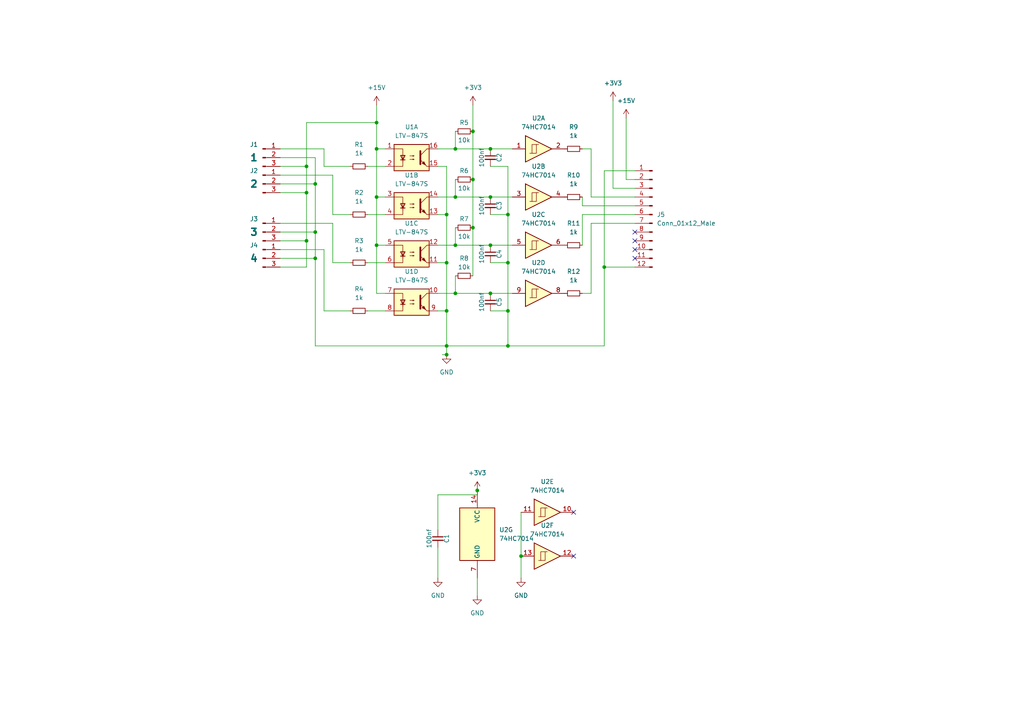
<source format=kicad_sch>
(kicad_sch (version 20211123) (generator eeschema)
  (paper "A4")
  (lib_symbols
    (symbol "74HC7014_1"
      (property "Reference" "U2" (at 6.35 1.2701 0))
      (property "Value" "74HC7014_1" (at 6.35 -1.2699 0))
      (symbol "74HC7014_1_1_1"
        (polyline (pts (xy -1.905 -1.27) (xy -1.905 1.27) (xy -0.635 1.27)))
        (polyline (pts (xy -3.81 3.81) (xy -3.81 -3.81) (xy 3.81 0) (xy -3.81 3.81)) (stroke (width 0.254)) (fill (type background)))
        (polyline (pts (xy -2.54 -1.27) (xy -0.635 -1.27) (xy -0.635 1.27) (xy 0 1.27)))
        (pin input line (at -7.62 0 0) (length 3.81) (name "~") (number "1"))
        (pin output line (at 7.62 0 180) (length 3.81) (name "~") (number "2"))
      )
      (symbol "74HC7014_1_2_1"
        (polyline (pts (xy -1.905 -1.27) (xy -1.905 1.27) (xy -0.635 1.27)))
        (polyline (pts (xy -3.81 3.81) (xy -3.81 -3.81) (xy 3.81 0) (xy -3.81 3.81)) (stroke (width 0.254)) (fill (type background)))
        (polyline (pts (xy -2.54 -1.27) (xy -0.635 -1.27) (xy -0.635 1.27) (xy 0 1.27)))
        (pin input line (at -7.62 0 0) (length 3.81) (name "~") (number "3"))
        (pin output line (at 7.62 0 180) (length 3.81) (name "~") (number "4"))
      )
      (symbol "74HC7014_1_3_1"
        (polyline (pts (xy -1.905 -1.27) (xy -1.905 1.27) (xy -0.635 1.27)))
        (polyline (pts (xy -3.81 3.81) (xy -3.81 -3.81) (xy 3.81 0) (xy -3.81 3.81)) (stroke (width 0.254)) (fill (type background)))
        (polyline (pts (xy -2.54 -1.27) (xy -0.635 -1.27) (xy -0.635 1.27) (xy 0 1.27)))
        (pin input line (at -7.62 0 0) (length 3.81) (name "~") (number "5"))
        (pin output line (at 7.62 0 180) (length 3.81) (name "~") (number "6"))
      )
      (symbol "74HC7014_1_4_1"
        (polyline (pts (xy -1.905 -1.27) (xy -1.905 1.27) (xy -0.635 1.27)))
        (polyline (pts (xy -3.81 3.81) (xy -3.81 -3.81) (xy 3.81 0) (xy -3.81 3.81)) (stroke (width 0.254)) (fill (type background)))
        (polyline (pts (xy -2.54 -1.27) (xy -0.635 -1.27) (xy -0.635 1.27) (xy 0 1.27)))
        (pin output line (at 7.62 0 180) (length 3.81) (name "~") (number "8"))
        (pin input line (at -7.62 0 0) (length 3.81) (name "~") (number "9"))
      )
      (symbol "74HC7014_1_5_1"
        (polyline (pts (xy -1.905 -1.27) (xy -1.905 1.27) (xy -0.635 1.27)))
        (polyline (pts (xy -3.81 3.81) (xy -3.81 -3.81) (xy 3.81 0) (xy -3.81 3.81)) (stroke (width 0.254)) (fill (type background)))
        (polyline (pts (xy -2.54 -1.27) (xy -0.635 -1.27) (xy -0.635 1.27) (xy 0 1.27)))
        (pin output line (at 7.62 0 180) (length 3.81) (name "~") (number "10"))
        (pin input line (at -7.62 0 0) (length 3.81) (name "~") (number "11"))
      )
      (symbol "74HC7014_1_6_1"
        (polyline (pts (xy -1.905 -1.27) (xy -1.905 1.27) (xy -0.635 1.27)))
        (polyline (pts (xy -3.81 3.81) (xy -3.81 -3.81) (xy 3.81 0) (xy -3.81 3.81)) (stroke (width 0.254)) (fill (type background)))
        (polyline (pts (xy -2.54 -1.27) (xy -0.635 -1.27) (xy -0.635 1.27) (xy 0 1.27)))
        (pin output line (at 7.62 0 180) (length 3.81) (name "~") (number "12"))
        (pin input line (at -7.62 0 0) (length 3.81) (name "~") (number "13"))
      )
      (symbol "74HC7014_1_7_1"
        (rectangle (start -5.08 7.62) (end 5.08 -7.62) (stroke (width 0.254)) (fill (type background)))
        (pin power_in line (at 0 12.7 270) (length 5.08) (name "VCC") (number "14"))
        (pin power_out line (at 0 -12.7 90) (length 5.08) (name "GND") (number "7"))
      )
    )
    (symbol "74xx:74HC7014"
      (property "Reference" "U" (at 0 1.27 0))
      (property "Value" "74HC7014" (at 0 -1.27 0))
      (symbol "74HC7014_1_1"
        (polyline (pts (xy -1.905 -1.27) (xy -1.905 1.27) (xy -0.635 1.27)))
        (polyline (pts (xy -3.81 3.81) (xy -3.81 -3.81) (xy 3.81 0) (xy -3.81 3.81)) (stroke (width 0.254)) (fill (type background)))
        (polyline (pts (xy -2.54 -1.27) (xy -0.635 -1.27) (xy -0.635 1.27) (xy 0 1.27)))
        (pin input line (at -7.62 0 0) (length 3.81) (name "~") (number "1"))
        (pin output line (at 7.62 0 180) (length 3.81) (name "~") (number "2"))
      )
      (symbol "74HC7014_2_1"
        (polyline (pts (xy -1.905 -1.27) (xy -1.905 1.27) (xy -0.635 1.27)))
        (polyline (pts (xy -3.81 3.81) (xy -3.81 -3.81) (xy 3.81 0) (xy -3.81 3.81)) (stroke (width 0.254)) (fill (type background)))
        (polyline (pts (xy -2.54 -1.27) (xy -0.635 -1.27) (xy -0.635 1.27) (xy 0 1.27)))
        (pin input line (at -7.62 0 0) (length 3.81) (name "~") (number "3"))
        (pin output line (at 7.62 0 180) (length 3.81) (name "~") (number "4"))
      )
      (symbol "74HC7014_3_1"
        (polyline (pts (xy -1.905 -1.27) (xy -1.905 1.27) (xy -0.635 1.27)))
        (polyline (pts (xy -3.81 3.81) (xy -3.81 -3.81) (xy 3.81 0) (xy -3.81 3.81)) (stroke (width 0.254)) (fill (type background)))
        (polyline (pts (xy -2.54 -1.27) (xy -0.635 -1.27) (xy -0.635 1.27) (xy 0 1.27)))
        (pin input line (at -7.62 0 0) (length 3.81) (name "~") (number "5"))
        (pin output line (at 7.62 0 180) (length 3.81) (name "~") (number "6"))
      )
      (symbol "74HC7014_4_1"
        (polyline (pts (xy -1.905 -1.27) (xy -1.905 1.27) (xy -0.635 1.27)))
        (polyline (pts (xy -3.81 3.81) (xy -3.81 -3.81) (xy 3.81 0) (xy -3.81 3.81)) (stroke (width 0.254)) (fill (type background)))
        (polyline (pts (xy -2.54 -1.27) (xy -0.635 -1.27) (xy -0.635 1.27) (xy 0 1.27)))
        (pin output line (at 7.62 0 180) (length 3.81) (name "~") (number "8"))
        (pin input line (at -7.62 0 0) (length 3.81) (name "~") (number "9"))
      )
      (symbol "74HC7014_5_1"
        (polyline (pts (xy -1.905 -1.27) (xy -1.905 1.27) (xy -0.635 1.27)))
        (polyline (pts (xy -3.81 3.81) (xy -3.81 -3.81) (xy 3.81 0) (xy -3.81 3.81)) (stroke (width 0.254)) (fill (type background)))
        (polyline (pts (xy -2.54 -1.27) (xy -0.635 -1.27) (xy -0.635 1.27) (xy 0 1.27)))
        (pin output line (at 7.62 0 180) (length 3.81) (name "~") (number "10"))
        (pin input line (at -7.62 0 0) (length 3.81) (name "~") (number "11"))
      )
      (symbol "74HC7014_6_1"
        (polyline (pts (xy -1.905 -1.27) (xy -1.905 1.27) (xy -0.635 1.27)))
        (polyline (pts (xy -3.81 3.81) (xy -3.81 -3.81) (xy 3.81 0) (xy -3.81 3.81)) (stroke (width 0.254)) (fill (type background)))
        (polyline (pts (xy -2.54 -1.27) (xy -0.635 -1.27) (xy -0.635 1.27) (xy 0 1.27)))
        (pin output line (at 7.62 0 180) (length 3.81) (name "~") (number "12"))
        (pin input line (at -7.62 0 0) (length 3.81) (name "~") (number "13"))
      )
      (symbol "74HC7014_7_1"
        (rectangle (start -5.08 7.62) (end 5.08 -7.62) (stroke (width 0.254)) (fill (type background)))
        (pin power_in line (at 0 12.7 270) (length 5.08) (name "VCC") (number "14"))
        (pin power_in line (at 0 -12.7 90) (length 5.08) (name "GND") (number "7"))
      )
    )
    (symbol "Connector:Conn_01x03_Male" (pin_names (offset 1.016) hide)
      (property "Reference" "J" (at 0 5.08 0))
      (property "Value" "Conn_01x03_Male" (at 0 -5.08 0))
      (symbol "Conn_01x03_Male_1_1"
        (polyline (pts (xy 1.27 -2.54) (xy 0.8636 -2.54)) (stroke (width 0.1524)))
        (polyline (pts (xy 1.27 0) (xy 0.8636 0)) (stroke (width 0.1524)))
        (polyline (pts (xy 1.27 2.54) (xy 0.8636 2.54)) (stroke (width 0.1524)))
        (rectangle (start 0.8636 -2.413) (end 0 -2.667) (stroke (width 0.1524)) (fill (type outline)))
        (rectangle (start 0.8636 0.127) (end 0 -0.127) (stroke (width 0.1524)) (fill (type outline)))
        (rectangle (start 0.8636 2.667) (end 0 2.413) (stroke (width 0.1524)) (fill (type outline)))
        (pin passive line (at 5.08 2.54 180) (length 3.81) (name "Pin_1") (number "1"))
        (pin passive line (at 5.08 0 180) (length 3.81) (name "Pin_2") (number "2"))
        (pin passive line (at 5.08 -2.54 180) (length 3.81) (name "Pin_3") (number "3"))
      )
    )
    (symbol "Connector:Conn_01x12_Male" (pin_names (offset 1.016) hide)
      (property "Reference" "J" (at 0 15.24 0))
      (property "Value" "Conn_01x12_Male" (at 0 -17.78 0))
      (symbol "Conn_01x12_Male_1_1"
        (polyline (pts (xy 1.27 -15.24) (xy 0.8636 -15.24)) (stroke (width 0.1524)))
        (polyline (pts (xy 1.27 -12.7) (xy 0.8636 -12.7)) (stroke (width 0.1524)))
        (polyline (pts (xy 1.27 -10.16) (xy 0.8636 -10.16)) (stroke (width 0.1524)))
        (polyline (pts (xy 1.27 -7.62) (xy 0.8636 -7.62)) (stroke (width 0.1524)))
        (polyline (pts (xy 1.27 -5.08) (xy 0.8636 -5.08)) (stroke (width 0.1524)))
        (polyline (pts (xy 1.27 -2.54) (xy 0.8636 -2.54)) (stroke (width 0.1524)))
        (polyline (pts (xy 1.27 0) (xy 0.8636 0)) (stroke (width 0.1524)))
        (polyline (pts (xy 1.27 2.54) (xy 0.8636 2.54)) (stroke (width 0.1524)))
        (polyline (pts (xy 1.27 5.08) (xy 0.8636 5.08)) (stroke (width 0.1524)))
        (polyline (pts (xy 1.27 7.62) (xy 0.8636 7.62)) (stroke (width 0.1524)))
        (polyline (pts (xy 1.27 10.16) (xy 0.8636 10.16)) (stroke (width 0.1524)))
        (polyline (pts (xy 1.27 12.7) (xy 0.8636 12.7)) (stroke (width 0.1524)))
        (rectangle (start 0.8636 -15.113) (end 0 -15.367) (stroke (width 0.1524)) (fill (type outline)))
        (rectangle (start 0.8636 -12.573) (end 0 -12.827) (stroke (width 0.1524)) (fill (type outline)))
        (rectangle (start 0.8636 -10.033) (end 0 -10.287) (stroke (width 0.1524)) (fill (type outline)))
        (rectangle (start 0.8636 -7.493) (end 0 -7.747) (stroke (width 0.1524)) (fill (type outline)))
        (rectangle (start 0.8636 -4.953) (end 0 -5.207) (stroke (width 0.1524)) (fill (type outline)))
        (rectangle (start 0.8636 -2.413) (end 0 -2.667) (stroke (width 0.1524)) (fill (type outline)))
        (rectangle (start 0.8636 0.127) (end 0 -0.127) (stroke (width 0.1524)) (fill (type outline)))
        (rectangle (start 0.8636 2.667) (end 0 2.413) (stroke (width 0.1524)) (fill (type outline)))
        (rectangle (start 0.8636 5.207) (end 0 4.953) (stroke (width 0.1524)) (fill (type outline)))
        (rectangle (start 0.8636 7.747) (end 0 7.493) (stroke (width 0.1524)) (fill (type outline)))
        (rectangle (start 0.8636 10.287) (end 0 10.033) (stroke (width 0.1524)) (fill (type outline)))
        (rectangle (start 0.8636 12.827) (end 0 12.573) (stroke (width 0.1524)) (fill (type outline)))
        (pin passive line (at 5.08 12.7 180) (length 3.81) (name "Pin_1") (number "1"))
        (pin passive line (at 5.08 -10.16 180) (length 3.81) (name "Pin_10") (number "10"))
        (pin passive line (at 5.08 -12.7 180) (length 3.81) (name "Pin_11") (number "11"))
        (pin passive line (at 5.08 -15.24 180) (length 3.81) (name "Pin_12") (number "12"))
        (pin passive line (at 5.08 10.16 180) (length 3.81) (name "Pin_2") (number "2"))
        (pin passive line (at 5.08 7.62 180) (length 3.81) (name "Pin_3") (number "3"))
        (pin passive line (at 5.08 5.08 180) (length 3.81) (name "Pin_4") (number "4"))
        (pin passive line (at 5.08 2.54 180) (length 3.81) (name "Pin_5") (number "5"))
        (pin passive line (at 5.08 0 180) (length 3.81) (name "Pin_6") (number "6"))
        (pin passive line (at 5.08 -2.54 180) (length 3.81) (name "Pin_7") (number "7"))
        (pin passive line (at 5.08 -5.08 180) (length 3.81) (name "Pin_8") (number "8"))
        (pin passive line (at 5.08 -7.62 180) (length 3.81) (name "Pin_9") (number "9"))
      )
    )
    (symbol "Device:C_Small" (pin_numbers hide) (pin_names (offset 0.254) hide)
      (property "Reference" "C" (at 0.254 1.778 0))
      (property "Value" "C_Small" (at 0.254 -2.032 0))
      (symbol "C_Small_0_1"
        (polyline (pts (xy -1.524 -0.508) (xy 1.524 -0.508)) (stroke (width 0.3302)))
        (polyline (pts (xy -1.524 0.508) (xy 1.524 0.508)) (stroke (width 0.3048)))
      )
      (symbol "C_Small_1_1"
        (pin passive line (at 0 2.54 270) (length 2.032) (name "~") (number "1"))
        (pin passive line (at 0 -2.54 90) (length 2.032) (name "~") (number "2"))
      )
    )
    (symbol "Device:R_Small" (pin_numbers hide) (pin_names (offset 0.254) hide)
      (property "Reference" "R" (at 0.762 0.508 0))
      (property "Value" "R_Small" (at 0.762 -1.016 0))
      (symbol "R_Small_0_1"
        (rectangle (start -0.762 1.778) (end 0.762 -1.778) (stroke (width 0.2032)))
      )
      (symbol "R_Small_1_1"
        (pin passive line (at 0 2.54 270) (length 0.762) (name "~") (number "1"))
        (pin passive line (at 0 -2.54 90) (length 0.762) (name "~") (number "2"))
      )
    )
    (symbol "Isolator:LTV-847S" (pin_names (offset 1.016))
      (property "Reference" "U" (at -3.81 5.08 0))
      (property "Value" "LTV-847S" (at 0 -5.08 0))
      (symbol "LTV-847S_0_1"
        (rectangle (start -5.08 3.81) (end 5.08 -3.81) (stroke (width 0.254)) (fill (type background)))
        (polyline (pts (xy -3.175 -0.635) (xy -1.905 -0.635)) (stroke (width 0.254)))
        (polyline (pts (xy 2.54 0.635) (xy 4.445 2.54)))
        (polyline (pts (xy 4.445 -2.54) (xy 2.54 -0.635)) (fill (type outline)))
        (polyline (pts (xy 4.445 -2.54) (xy 5.08 -2.54)))
        (polyline (pts (xy 4.445 2.54) (xy 5.08 2.54)))
        (polyline (pts (xy -2.54 -0.635) (xy -2.54 -2.54) (xy -5.08 -2.54)))
        (polyline (pts (xy 2.54 1.905) (xy 2.54 -1.905) (xy 2.54 -1.905)) (stroke (width 0.508)))
        (polyline (pts (xy -5.08 2.54) (xy -2.54 2.54) (xy -2.54 -1.27) (xy -2.54 0.635)))
        (polyline (pts (xy -2.54 -0.635) (xy -3.175 0.635) (xy -1.905 0.635) (xy -2.54 -0.635)) (stroke (width 0.254)))
        (polyline (pts (xy -0.508 -0.508) (xy 0.762 -0.508) (xy 0.381 -0.635) (xy 0.381 -0.381) (xy 0.762 -0.508)))
        (polyline (pts (xy -0.508 0.508) (xy 0.762 0.508) (xy 0.381 0.381) (xy 0.381 0.635) (xy 0.762 0.508)))
        (polyline (pts (xy 3.048 -1.651) (xy 3.556 -1.143) (xy 4.064 -2.159) (xy 3.048 -1.651) (xy 3.048 -1.651)) (fill (type outline)))
      )
      (symbol "LTV-847S_1_1"
        (pin passive line (at -7.62 2.54 0) (length 2.54) (name "~") (number "1"))
        (pin passive line (at 7.62 -2.54 180) (length 2.54) (name "~") (number "15"))
        (pin passive line (at 7.62 2.54 180) (length 2.54) (name "~") (number "16"))
        (pin passive line (at -7.62 -2.54 0) (length 2.54) (name "~") (number "2"))
      )
      (symbol "LTV-847S_2_1"
        (pin passive line (at 7.62 -2.54 180) (length 2.54) (name "~") (number "13"))
        (pin passive line (at 7.62 2.54 180) (length 2.54) (name "~") (number "14"))
        (pin passive line (at -7.62 2.54 0) (length 2.54) (name "~") (number "3"))
        (pin passive line (at -7.62 -2.54 0) (length 2.54) (name "~") (number "4"))
      )
      (symbol "LTV-847S_3_1"
        (pin passive line (at 7.62 -2.54 180) (length 2.54) (name "~") (number "11"))
        (pin passive line (at 7.62 2.54 180) (length 2.54) (name "~") (number "12"))
        (pin passive line (at -7.62 2.54 0) (length 2.54) (name "~") (number "5"))
        (pin passive line (at -7.62 -2.54 0) (length 2.54) (name "~") (number "6"))
      )
      (symbol "LTV-847S_4_1"
        (pin passive line (at 7.62 2.54 180) (length 2.54) (name "~") (number "10"))
        (pin passive line (at -7.62 2.54 0) (length 2.54) (name "~") (number "7"))
        (pin passive line (at -7.62 -2.54 0) (length 2.54) (name "~") (number "8"))
        (pin passive line (at 7.62 -2.54 180) (length 2.54) (name "~") (number "9"))
      )
    )
    (symbol "power:+15V" (power) (pin_names (offset 0))
      (property "Value" "+15V" (at 0 3.556 0))
      (symbol "+15V_0_1"
        (polyline (pts (xy -0.762 1.27) (xy 0 2.54)))
        (polyline (pts (xy 0 0) (xy 0 2.54)))
        (polyline (pts (xy 0 2.54) (xy 0.762 1.27)))
      )
      (symbol "+15V_1_1"
        (pin power_in line (at 0 0 90) (length 0) hide (name "+15V") (number "1"))
      )
    )
    (symbol "power:+3V3" (power) (pin_names (offset 0))
      (property "Value" "+3V3" (at 0 3.556 0))
      (symbol "+3V3_0_1"
        (polyline (pts (xy -0.762 1.27) (xy 0 2.54)))
        (polyline (pts (xy 0 0) (xy 0 2.54)))
        (polyline (pts (xy 0 2.54) (xy 0.762 1.27)))
      )
      (symbol "+3V3_1_1"
        (pin power_in line (at 0 0 90) (length 0) hide (name "+3V3") (number "1"))
      )
    )
    (symbol "power:GND" (power) (pin_names (offset 0))
      (property "Value" "GND" (at 0 -3.81 0))
      (symbol "GND_0_1"
        (polyline (pts (xy 0 0) (xy 0 -1.27) (xy 1.27 -1.27) (xy 0 -2.54) (xy -1.27 -1.27) (xy 0 -1.27)))
      )
      (symbol "GND_1_1"
        (pin power_in line (at 0 0 270) (length 0) hide (name "GND") (number "1"))
      )
    )
  )
  (junction (at 91.44 74.93))
  (junction (at 129.54 100.33))
  (junction (at 109.22 71.12))
  (junction (at 129.54 62.23))
  (junction (at 147.32 90.17))
  (junction (at 142.24 71.12))
  (junction (at 132.08 57.15))
  (junction (at 91.44 67.31))
  (junction (at 147.32 76.2))
  (junction (at 109.22 43.18))
  (junction (at 132.08 71.12))
  (junction (at 175.26 77.47))
  (junction (at 147.32 62.23))
  (junction (at 91.44 53.34))
  (junction (at 109.22 35.56))
  (junction (at 132.08 43.18))
  (junction (at 142.24 85.09))
  (junction (at 88.9 48.26))
  (junction (at 138.43 142.24))
  (junction (at 142.24 57.15))
  (junction (at 137.16 38.1))
  (junction (at 137.16 52.07))
  (junction (at 109.22 57.15))
  (junction (at 137.16 66.04))
  (junction (at 88.9 55.88))
  (junction (at 129.54 76.2))
  (junction (at 129.54 102.87))
  (junction (at 132.08 85.09))
  (junction (at 88.9 69.85))
  (junction (at 151.13 161.29))
  (junction (at 129.54 90.17))
  (junction (at 142.24 43.18))
  (junction (at 147.32 100.33))
  (no_connect (at 184.15 69.85))
  (no_connect (at 166.37 161.29))
  (no_connect (at 184.15 72.39))
  (no_connect (at 184.15 74.93))
  (no_connect (at 166.37 148.59))
  (no_connect (at 184.15 67.31))
  (wire (pts (xy 81.28 53.34) (xy 91.44 53.34)))
  (wire (pts (xy 109.22 35.56) (xy 109.22 43.18)))
  (wire (pts (xy 137.16 52.07) (xy 137.16 66.04)))
  (wire (pts (xy 142.24 48.26) (xy 147.32 48.26)))
  (wire (pts (xy 171.45 57.15) (xy 184.15 57.15)))
  (wire (pts (xy 147.32 90.17) (xy 147.32 100.33)))
  (wire (pts (xy 168.91 62.23) (xy 184.15 62.23)))
  (wire (pts (xy 168.91 43.18) (xy 171.45 43.18)))
  (wire (pts (xy 132.08 43.18) (xy 142.24 43.18)))
  (wire (pts (xy 171.45 64.77) (xy 184.15 64.77)))
  (wire (pts (xy 127 153.67) (xy 127 143.51)))
  (wire (pts (xy 181.61 34.29) (xy 181.61 52.07)))
  (wire (pts (xy 88.9 77.47) (xy 88.9 69.85)))
  (wire (pts (xy 81.28 72.39) (xy 93.98 72.39)))
  (wire (pts (xy 127 62.23) (xy 129.54 62.23)))
  (wire (pts (xy 138.43 167.64) (xy 138.43 172.72)))
  (wire (pts (xy 106.68 48.26) (xy 111.76 48.26)))
  (wire (pts (xy 127 85.09) (xy 132.08 85.09)))
  (wire (pts (xy 132.08 71.12) (xy 142.24 71.12)))
  (wire (pts (xy 81.28 77.47) (xy 88.9 77.47)))
  (wire (pts (xy 128.27 102.87) (xy 129.54 102.87)))
  (wire (pts (xy 132.08 38.1) (xy 132.08 43.18)))
  (wire (pts (xy 127 48.26) (xy 129.54 48.26)))
  (wire (pts (xy 109.22 71.12) (xy 111.76 71.12)))
  (wire (pts (xy 91.44 53.34) (xy 91.44 67.31)))
  (wire (pts (xy 96.52 50.8) (xy 96.52 62.23)))
  (wire (pts (xy 175.26 77.47) (xy 175.26 100.33)))
  (wire (pts (xy 93.98 72.39) (xy 93.98 90.17)))
  (wire (pts (xy 127 158.75) (xy 127 167.64)))
  (wire (pts (xy 109.22 85.09) (xy 111.76 85.09)))
  (wire (pts (xy 137.16 66.04) (xy 137.16 80.01)))
  (wire (pts (xy 168.91 71.12) (xy 168.91 62.23)))
  (wire (pts (xy 91.44 67.31) (xy 91.44 74.93)))
  (wire (pts (xy 96.52 64.77) (xy 96.52 76.2)))
  (wire (pts (xy 109.22 30.48) (xy 109.22 35.56)))
  (wire (pts (xy 142.24 90.17) (xy 147.32 90.17)))
  (wire (pts (xy 109.22 57.15) (xy 111.76 57.15)))
  (wire (pts (xy 138.43 143.51) (xy 138.43 142.24)))
  (wire (pts (xy 109.22 43.18) (xy 109.22 57.15)))
  (wire (pts (xy 184.15 49.53) (xy 175.26 49.53)))
  (wire (pts (xy 81.28 48.26) (xy 88.9 48.26)))
  (wire (pts (xy 93.98 43.18) (xy 93.98 48.26)))
  (wire (pts (xy 168.91 59.69) (xy 184.15 59.69)))
  (wire (pts (xy 93.98 48.26) (xy 101.6 48.26)))
  (wire (pts (xy 127 90.17) (xy 129.54 90.17)))
  (wire (pts (xy 93.98 90.17) (xy 101.6 90.17)))
  (wire (pts (xy 142.24 43.18) (xy 148.59 43.18)))
  (wire (pts (xy 142.24 85.09) (xy 148.59 85.09)))
  (wire (pts (xy 132.08 57.15) (xy 132.08 52.07)))
  (wire (pts (xy 132.08 71.12) (xy 132.08 66.04)))
  (wire (pts (xy 129.54 100.33) (xy 147.32 100.33)))
  (wire (pts (xy 81.28 67.31) (xy 91.44 67.31)))
  (wire (pts (xy 147.32 48.26) (xy 147.32 62.23)))
  (wire (pts (xy 127 76.2) (xy 129.54 76.2)))
  (wire (pts (xy 168.91 57.15) (xy 168.91 59.69)))
  (wire (pts (xy 171.45 85.09) (xy 171.45 64.77)))
  (wire (pts (xy 88.9 48.26) (xy 88.9 35.56)))
  (wire (pts (xy 129.54 76.2) (xy 129.54 90.17)))
  (wire (pts (xy 96.52 76.2) (xy 101.6 76.2)))
  (wire (pts (xy 171.45 43.18) (xy 171.45 57.15)))
  (wire (pts (xy 147.32 76.2) (xy 147.32 90.17)))
  (wire (pts (xy 129.54 48.26) (xy 129.54 62.23)))
  (wire (pts (xy 127 143.51) (xy 138.43 143.51)))
  (wire (pts (xy 137.16 38.1) (xy 137.16 52.07)))
  (wire (pts (xy 127 71.12) (xy 132.08 71.12)))
  (wire (pts (xy 109.22 43.18) (xy 111.76 43.18)))
  (wire (pts (xy 88.9 55.88) (xy 88.9 48.26)))
  (wire (pts (xy 109.22 57.15) (xy 109.22 71.12)))
  (wire (pts (xy 81.28 43.18) (xy 93.98 43.18)))
  (wire (pts (xy 96.52 62.23) (xy 101.6 62.23)))
  (wire (pts (xy 127 43.18) (xy 132.08 43.18)))
  (wire (pts (xy 177.8 54.61) (xy 184.15 54.61)))
  (wire (pts (xy 129.54 62.23) (xy 129.54 76.2)))
  (wire (pts (xy 137.16 30.48) (xy 137.16 38.1)))
  (wire (pts (xy 106.68 76.2) (xy 111.76 76.2)))
  (wire (pts (xy 81.28 50.8) (xy 96.52 50.8)))
  (wire (pts (xy 129.54 100.33) (xy 129.54 102.87)))
  (wire (pts (xy 91.44 100.33) (xy 129.54 100.33)))
  (wire (pts (xy 88.9 69.85) (xy 88.9 55.88)))
  (wire (pts (xy 81.28 55.88) (xy 88.9 55.88)))
  (wire (pts (xy 129.54 90.17) (xy 129.54 100.33)))
  (wire (pts (xy 175.26 49.53) (xy 175.26 77.47)))
  (wire (pts (xy 142.24 76.2) (xy 147.32 76.2)))
  (wire (pts (xy 109.22 71.12) (xy 109.22 85.09)))
  (wire (pts (xy 151.13 161.29) (xy 151.13 167.64)))
  (wire (pts (xy 142.24 57.15) (xy 148.59 57.15)))
  (wire (pts (xy 181.61 52.07) (xy 184.15 52.07)))
  (wire (pts (xy 91.44 45.72) (xy 91.44 53.34)))
  (wire (pts (xy 132.08 85.09) (xy 132.08 80.01)))
  (wire (pts (xy 132.08 57.15) (xy 142.24 57.15)))
  (wire (pts (xy 81.28 69.85) (xy 88.9 69.85)))
  (wire (pts (xy 81.28 64.77) (xy 96.52 64.77)))
  (wire (pts (xy 127 57.15) (xy 132.08 57.15)))
  (wire (pts (xy 81.28 74.93) (xy 91.44 74.93)))
  (wire (pts (xy 106.68 62.23) (xy 111.76 62.23)))
  (wire (pts (xy 88.9 35.56) (xy 109.22 35.56)))
  (wire (pts (xy 142.24 71.12) (xy 148.59 71.12)))
  (wire (pts (xy 147.32 100.33) (xy 175.26 100.33)))
  (wire (pts (xy 142.24 62.23) (xy 147.32 62.23)))
  (wire (pts (xy 175.26 77.47) (xy 184.15 77.47)))
  (wire (pts (xy 81.28 45.72) (xy 91.44 45.72)))
  (wire (pts (xy 132.08 85.09) (xy 142.24 85.09)))
  (wire (pts (xy 151.13 148.59) (xy 151.13 161.29)))
  (wire (pts (xy 147.32 62.23) (xy 147.32 76.2)))
  (wire (pts (xy 168.91 85.09) (xy 171.45 85.09)))
  (wire (pts (xy 106.68 90.17) (xy 111.76 90.17)))
  (wire (pts (xy 91.44 74.93) (xy 91.44 100.33)))
  (wire (pts (xy 177.8 29.21) (xy 177.8 54.61)))
  (symbol (lib_id "Device:R_Small") (at 104.14 48.26 270) (unit 1)
    (property "Reference" "R1" (at 104.14 41.91 90))
    (property "Value" "1k" (at 104.14 44.45 90))
    (property "Footprint" "Resistor_SMD:R_0603_1608Metric_Pad0.98x0.95mm_HandSolder" (effects hide))
  )
  (symbol (lib_id "power:GND") (at 138.43 172.72 0) (unit 1)
    (property "Reference" "#PWR0103" (effects hide))
    (property "Value" "GND" (at 138.43 177.8 0))
  )
  (symbol (lib_id "power:+3V3") (at 138.43 142.24 0) (unit 1)
    (property "Reference" "#PWR0107" (effects hide))
    (property "Value" "+3V3" (at 138.43 137.16 0))
  )
  (symbol (lib_id "Device:R_Small") (at 166.37 57.15 270) (unit 1)
    (property "Reference" "R10" (at 166.37 50.8 90))
    (property "Value" "1k" (at 166.37 53.34 90))
    (property "Footprint" "Resistor_SMD:R_0603_1608Metric_Pad0.98x0.95mm_HandSolder" (effects hide))
  )
  (symbol (lib_id "Device:R_Small") (at 166.37 71.12 270) (unit 1)
    (property "Reference" "R11" (at 166.37 64.77 90))
    (property "Value" "1k" (at 166.37 67.31 90))
    (property "Footprint" "Resistor_SMD:R_0603_1608Metric_Pad0.98x0.95mm_HandSolder" (effects hide))
  )
  (symbol (lib_id "power:GND") (at 151.13 167.64 0) (unit 1)
    (property "Reference" "#PWR0105" (effects hide))
    (property "Value" "GND" (at 151.13 172.72 0))
  )
  (symbol (lib_id "Device:C_Small") (at 142.24 45.72 0) (unit 1)
    (property "Reference" "C2" (at 144.78 45.72 90))
    (property "Value" "100nf" (at 139.7 45.72 90))
    (property "Footprint" "Capacitor_SMD:C_0603_1608Metric_Pad1.08x0.95mm_HandSolder" (effects hide))
  )
  (symbol (lib_id "Device:R_Small") (at 104.14 76.2 270) (unit 1)
    (property "Reference" "R3" (at 104.14 69.85 90))
    (property "Value" "1k" (at 104.14 72.39 90))
    (property "Footprint" "Resistor_SMD:R_0603_1608Metric_Pad0.98x0.95mm_HandSolder" (effects hide))
  )
  (symbol (lib_id "Isolator:LTV-847S") (at 119.38 87.63 0) (unit 4)
    (property "Reference" "U1" (at 119.38 78.74 0))
    (property "Value" "LTV-847S" (at 119.38 81.28 0))
    (property "Footprint" "Package_SO:SOP-16_4.4x10.4mm_P1.27mm" (effects hide))
    (property "Datasheet" "http://www.us.liteon.com/downloads/LTV-817-827-847.PDF" (effects hide))
  )
  (symbol (lib_id "Device:C_Small") (at 142.24 87.63 0) (unit 1)
    (property "Reference" "C5" (at 144.78 87.63 90))
    (property "Value" "100nf" (at 139.7 87.63 90))
    (property "Footprint" "Capacitor_SMD:C_0603_1608Metric_Pad1.08x0.95mm_HandSolder" (effects hide))
  )
  (symbol (lib_id "74xx:74HC7014") (at 158.75 161.29 0) (unit 6)
    (property "Reference" "U2" (at 158.75 152.4 0))
    (property "Value" "74HC7014" (at 158.75 154.94 0))
    (property "Footprint" "Package_SO:TSSOP-14_4.4x5mm_P0.65mm" (effects hide))
    (property "Datasheet" "https://assets.nexperia.com/documents/data-sheet/74HC7014.pdf" (effects hide))
  )
  (symbol (lib_name "74HC7014_1") (lib_id "74xx:74HC7014") (at 138.43 154.94 0) (unit 7)
    (property "Reference" "U2" (at 144.78 153.6699 0) (effects (justify left)))
    (property "Value" "74HC7014" (at 144.78 156.2099 0) (effects (justify left)))
    (property "Footprint" "Package_SO:TSSOP-14_4.4x5mm_P0.65mm" (effects hide))
    (property "Datasheet" "https://assets.nexperia.com/documents/data-sheet/74HC7014.pdf" (effects hide))
  )
  (symbol (lib_id "Connector:Conn_01x03_Male") (at 76.2 45.72 0) (unit 1)
    (property "Reference" "J1" (at 73.66 41.91 0))
    (property "Value" "1" (at 73.66 45.72 0) (effects (font (size 2 2) bold)))
    (property "Footprint" "Connector_JST:JST_XH_B3B-XH-A_1x03_P2.50mm_Vertical" (effects hide))
  )
  (symbol (lib_id "Device:R_Small") (at 134.62 52.07 270) (unit 1)
    (property "Reference" "R6" (at 134.62 49.53 90))
    (property "Value" "10k" (at 134.62 54.61 90))
    (property "Footprint" "Resistor_SMD:R_0603_1608Metric_Pad0.98x0.95mm_HandSolder" (effects hide))
  )
  (symbol (lib_id "74xx:74HC7014") (at 156.21 85.09 0) (unit 4)
    (property "Reference" "U2" (at 156.21 76.2 0))
    (property "Value" "74HC7014" (at 156.21 78.74 0))
    (property "Footprint" "Package_SO:TSSOP-14_4.4x5mm_P0.65mm" (effects hide))
    (property "Datasheet" "https://assets.nexperia.com/documents/data-sheet/74HC7014.pdf" (effects hide))
  )
  (symbol (lib_id "Connector:Conn_01x03_Male") (at 76.2 53.34 0) (unit 1)
    (property "Reference" "J2" (at 73.66 49.53 0))
    (property "Value" "2" (at 73.66 53.34 0) (effects (font (size 2 2) bold)))
    (property "Footprint" "Connector_JST:JST_XH_B3B-XH-A_1x03_P2.50mm_Vertical" (effects hide))
  )
  (symbol (lib_id "Device:R_Small") (at 134.62 66.04 270) (unit 1)
    (property "Reference" "R7" (at 134.62 63.5 90))
    (property "Value" "10k" (at 134.62 68.58 90))
    (property "Footprint" "Resistor_SMD:R_0603_1608Metric_Pad0.98x0.95mm_HandSolder" (effects hide))
  )
  (symbol (lib_id "Connector:Conn_01x12_Male") (at 189.23 62.23 0) (mirror y) (unit 1)
    (property "Reference" "J5" (at 190.5 62.2299 0) (effects (justify right)))
    (property "Value" "Conn_01x12_Male" (at 190.5 64.7699 0) (effects (justify right)))
    (property "Footprint" "Connector_PinHeader_2.54mm:PinHeader_1x12_P2.54mm_Vertical" (effects hide))
  )
  (symbol (lib_id "Device:R_Small") (at 134.62 80.01 270) (unit 1)
    (property "Reference" "R8" (at 134.62 74.93 90))
    (property "Value" "10k" (at 134.62 77.47 90))
    (property "Footprint" "Resistor_SMD:R_0603_1608Metric_Pad0.98x0.95mm_HandSolder" (effects hide))
  )
  (symbol (lib_id "power:+3V3") (at 177.8 29.21 0) (unit 1)
    (property "Reference" "#PWR0109" (effects hide))
    (property "Value" "+3V3" (at 177.8 24.13 0))
  )
  (symbol (lib_id "74xx:74HC7014") (at 156.21 57.15 0) (unit 2)
    (property "Reference" "U2" (at 156.21 48.26 0))
    (property "Value" "74HC7014" (at 156.21 50.8 0))
    (property "Footprint" "Package_SO:TSSOP-14_4.4x5mm_P0.65mm" (effects hide))
    (property "Datasheet" "https://assets.nexperia.com/documents/data-sheet/74HC7014.pdf" (effects hide))
  )
  (symbol (lib_id "Device:R_Small") (at 166.37 85.09 270) (unit 1)
    (property "Reference" "R12" (at 166.37 78.74 90))
    (property "Value" "1k" (at 166.37 81.28 90))
    (property "Footprint" "Resistor_SMD:R_0603_1608Metric_Pad0.98x0.95mm_HandSolder" (effects hide))
  )
  (symbol (lib_id "power:+15V") (at 181.61 34.29 0) (unit 1)
    (property "Reference" "#PWR0108" (effects hide))
    (property "Value" "+15V" (at 181.61 29.21 0))
  )
  (symbol (lib_id "Isolator:LTV-847S") (at 119.38 59.69 0) (unit 2)
    (property "Reference" "U1" (at 119.38 50.8 0))
    (property "Value" "LTV-847S" (at 119.38 53.34 0))
    (property "Footprint" "Package_SO:SOP-16_4.4x10.4mm_P1.27mm" (effects hide))
    (property "Datasheet" "http://www.us.liteon.com/downloads/LTV-817-827-847.PDF" (effects hide))
  )
  (symbol (lib_id "Device:R_Small") (at 104.14 62.23 270) (unit 1)
    (property "Reference" "R2" (at 104.14 55.88 90))
    (property "Value" "1k" (at 104.14 58.42 90))
    (property "Footprint" "Resistor_SMD:R_0603_1608Metric_Pad0.98x0.95mm_HandSolder" (effects hide))
  )
  (symbol (lib_id "74xx:74HC7014") (at 156.21 43.18 0) (unit 1)
    (property "Reference" "U2" (at 156.21 34.29 0))
    (property "Value" "74HC7014" (at 156.21 36.83 0))
    (property "Footprint" "Package_SO:TSSOP-14_4.4x5mm_P0.65mm" (effects hide))
    (property "Datasheet" "https://assets.nexperia.com/documents/data-sheet/74HC7014.pdf" (effects hide))
  )
  (symbol (lib_id "power:+15V") (at 109.22 30.48 0) (unit 1)
    (property "Reference" "#PWR0102" (effects hide))
    (property "Value" "+15V" (at 109.22 25.4 0))
  )
  (symbol (lib_id "power:GND") (at 127 167.64 0) (unit 1)
    (property "Reference" "#PWR0104" (effects hide))
    (property "Value" "GND" (at 127 172.72 0))
  )
  (symbol (lib_id "Device:R_Small") (at 134.62 38.1 270) (unit 1)
    (property "Reference" "R5" (at 134.62 35.56 90))
    (property "Value" "10k" (at 134.62 40.64 90))
    (property "Footprint" "Resistor_SMD:R_0603_1608Metric_Pad0.98x0.95mm_HandSolder" (effects hide))
  )
  (symbol (lib_id "74xx:74HC7014") (at 158.75 148.59 0) (unit 5)
    (property "Reference" "U2" (at 158.75 139.7 0))
    (property "Value" "74HC7014" (at 158.75 142.24 0))
    (property "Footprint" "Package_SO:TSSOP-14_4.4x5mm_P0.65mm" (effects hide))
    (property "Datasheet" "https://assets.nexperia.com/documents/data-sheet/74HC7014.pdf" (effects hide))
  )
  (symbol (lib_id "power:+3V3") (at 137.16 30.48 0) (unit 1)
    (property "Reference" "#PWR0101" (effects hide))
    (property "Value" "+3V3" (at 137.16 25.4 0))
  )
  (symbol (lib_id "Isolator:LTV-847S") (at 119.38 73.66 0) (unit 3)
    (property "Reference" "U1" (at 119.38 64.77 0))
    (property "Value" "LTV-847S" (at 119.38 67.31 0))
    (property "Footprint" "Package_SO:SOP-16_4.4x10.4mm_P1.27mm" (effects hide))
    (property "Datasheet" "http://www.us.liteon.com/downloads/LTV-817-827-847.PDF" (effects hide))
  )
  (symbol (lib_id "Device:C_Small") (at 142.24 59.69 0) (unit 1)
    (property "Reference" "C3" (at 144.78 59.69 90))
    (property "Value" "100nf" (at 139.7 59.69 90))
    (property "Footprint" "Capacitor_SMD:C_0603_1608Metric_Pad1.08x0.95mm_HandSolder" (effects hide))
  )
  (symbol (lib_id "74xx:74HC7014") (at 156.21 71.12 0) (unit 3)
    (property "Reference" "U2" (at 156.21 62.23 0))
    (property "Value" "74HC7014" (at 156.21 64.77 0))
    (property "Footprint" "Package_SO:TSSOP-14_4.4x5mm_P0.65mm" (effects hide))
    (property "Datasheet" "https://assets.nexperia.com/documents/data-sheet/74HC7014.pdf" (effects hide))
  )
  (symbol (lib_id "Connector:Conn_01x03_Male") (at 76.2 74.93 0) (unit 1)
    (property "Reference" "J4" (at 73.66 71.12 0))
    (property "Value" "4" (at 73.66 74.93 0) (effects (font (size 2 2) bold)))
    (property "Footprint" "Connector_JST:JST_XH_B3B-XH-A_1x03_P2.50mm_Vertical" (effects hide))
  )
  (symbol (lib_id "Device:C_Small") (at 127 156.21 0) (unit 1)
    (property "Reference" "C1" (at 129.54 156.21 90))
    (property "Value" "100nf" (at 124.46 156.21 90))
    (property "Footprint" "Capacitor_SMD:C_0603_1608Metric_Pad1.08x0.95mm_HandSolder" (effects hide))
  )
  (symbol (lib_id "power:GND") (at 129.54 102.87 0) (unit 1)
    (property "Reference" "#PWR0106" (effects hide))
    (property "Value" "GND" (at 129.54 107.95 0))
  )
  (symbol (lib_id "Device:R_Small") (at 104.14 90.17 270) (unit 1)
    (property "Reference" "R4" (at 104.14 83.82 90))
    (property "Value" "1k" (at 104.14 86.36 90))
    (property "Footprint" "Resistor_SMD:R_0603_1608Metric_Pad0.98x0.95mm_HandSolder" (effects hide))
  )
  (symbol (lib_id "Isolator:LTV-847S") (at 119.38 45.72 0) (unit 1)
    (property "Reference" "U1" (at 119.38 36.83 0))
    (property "Value" "LTV-847S" (at 119.38 39.37 0))
    (property "Footprint" "Package_SO:SOP-16_4.4x10.4mm_P1.27mm" (effects hide))
    (property "Datasheet" "http://www.us.liteon.com/downloads/LTV-817-827-847.PDF" (effects hide))
  )
  (symbol (lib_id "Device:C_Small") (at 142.24 73.66 0) (unit 1)
    (property "Reference" "C4" (at 144.78 73.66 90))
    (property "Value" "100nf" (at 139.7 73.66 90))
    (property "Footprint" "Capacitor_SMD:C_0603_1608Metric_Pad1.08x0.95mm_HandSolder" (effects hide))
  )
  (symbol (lib_id "Device:R_Small") (at 166.37 43.18 270) (unit 1)
    (property "Reference" "R9" (at 166.37 36.83 90))
    (property "Value" "1k" (at 166.37 39.37 90))
    (property "Footprint" "Resistor_SMD:R_0603_1608Metric_Pad0.98x0.95mm_HandSolder" (effects hide))
  )
  (symbol (lib_id "Connector:Conn_01x03_Male") (at 76.2 67.31 0) (unit 1)
    (property "Reference" "J3" (at 73.66 63.5 0))
    (property "Value" "3" (at 73.66 67.31 0) (effects (font (size 2 2) bold)))
    (property "Footprint" "Connector_JST:JST_XH_B3B-XH-A_1x03_P2.50mm_Vertical" (effects hide))
  )
)
</source>
